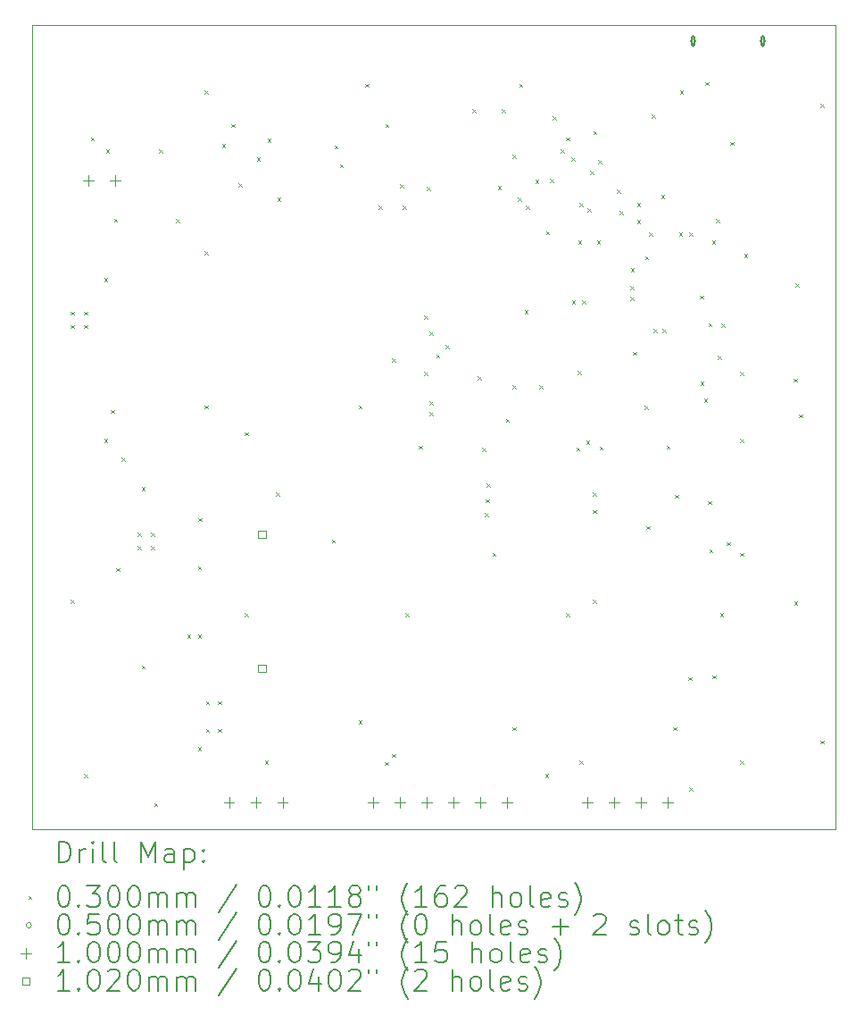
<source format=gbr>
%FSLAX45Y45*%
G04 Gerber Fmt 4.5, Leading zero omitted, Abs format (unit mm)*
G04 Created by KiCad (PCBNEW (6.0.5)) date 2023-09-12 21:56:46*
%MOMM*%
%LPD*%
G01*
G04 APERTURE LIST*
%TA.AperFunction,Profile*%
%ADD10C,0.100000*%
%TD*%
%ADD11C,0.200000*%
%ADD12C,0.030000*%
%ADD13C,0.050000*%
%ADD14C,0.100000*%
%ADD15C,0.102000*%
G04 APERTURE END LIST*
D10*
X10160000Y-12700000D02*
X17780000Y-12700000D01*
X17780000Y-12700000D02*
X17780000Y-5080000D01*
X17780000Y-5080000D02*
X10160000Y-5080000D01*
X10160000Y-5080000D02*
X10160000Y-12700000D01*
D11*
D12*
X10526000Y-7795500D02*
X10556000Y-7825500D01*
X10556000Y-7795500D02*
X10526000Y-7825500D01*
X10526000Y-7922500D02*
X10556000Y-7952500D01*
X10556000Y-7922500D02*
X10526000Y-7952500D01*
X10526000Y-10526000D02*
X10556000Y-10556000D01*
X10556000Y-10526000D02*
X10526000Y-10556000D01*
X10653000Y-7795500D02*
X10683000Y-7825500D01*
X10683000Y-7795500D02*
X10653000Y-7825500D01*
X10653000Y-7922500D02*
X10683000Y-7952500D01*
X10683000Y-7922500D02*
X10653000Y-7952500D01*
X10653000Y-12177000D02*
X10683000Y-12207000D01*
X10683000Y-12177000D02*
X10653000Y-12207000D01*
X10716500Y-6144500D02*
X10746500Y-6174500D01*
X10746500Y-6144500D02*
X10716500Y-6174500D01*
X10843500Y-7478000D02*
X10873500Y-7508000D01*
X10873500Y-7478000D02*
X10843500Y-7508000D01*
X10843500Y-9002000D02*
X10873500Y-9032000D01*
X10873500Y-9002000D02*
X10843500Y-9032000D01*
X10861280Y-6258800D02*
X10891280Y-6288800D01*
X10891280Y-6258800D02*
X10861280Y-6288800D01*
X10907000Y-8727680D02*
X10937000Y-8757680D01*
X10937000Y-8727680D02*
X10907000Y-8757680D01*
X10937480Y-6914120D02*
X10967480Y-6944120D01*
X10967480Y-6914120D02*
X10937480Y-6944120D01*
X10957800Y-10226280D02*
X10987800Y-10256280D01*
X10987800Y-10226280D02*
X10957800Y-10256280D01*
X11008600Y-9179800D02*
X11038600Y-9209800D01*
X11038600Y-9179800D02*
X11008600Y-9209800D01*
X11161000Y-9891000D02*
X11191000Y-9921000D01*
X11191000Y-9891000D02*
X11161000Y-9921000D01*
X11161000Y-10018000D02*
X11191000Y-10048000D01*
X11191000Y-10018000D02*
X11161000Y-10048000D01*
X11199100Y-9459200D02*
X11229100Y-9489200D01*
X11229100Y-9459200D02*
X11199100Y-9489200D01*
X11199100Y-11148300D02*
X11229100Y-11178300D01*
X11229100Y-11148300D02*
X11199100Y-11178300D01*
X11288000Y-9891000D02*
X11318000Y-9921000D01*
X11318000Y-9891000D02*
X11288000Y-9921000D01*
X11288000Y-10018000D02*
X11318000Y-10048000D01*
X11318000Y-10018000D02*
X11288000Y-10048000D01*
X11318480Y-12451320D02*
X11348480Y-12481320D01*
X11348480Y-12451320D02*
X11318480Y-12481320D01*
X11364200Y-6258800D02*
X11394200Y-6288800D01*
X11394200Y-6258800D02*
X11364200Y-6288800D01*
X11526760Y-6919200D02*
X11556760Y-6949200D01*
X11556760Y-6919200D02*
X11526760Y-6949200D01*
X11630900Y-10856200D02*
X11660900Y-10886200D01*
X11660900Y-10856200D02*
X11630900Y-10886200D01*
X11732500Y-10208500D02*
X11762500Y-10238500D01*
X11762500Y-10208500D02*
X11732500Y-10238500D01*
X11732500Y-10856200D02*
X11762500Y-10886200D01*
X11762500Y-10856200D02*
X11732500Y-10886200D01*
X11732500Y-11923000D02*
X11762500Y-11953000D01*
X11762500Y-11923000D02*
X11732500Y-11953000D01*
X11740120Y-9748760D02*
X11770120Y-9778760D01*
X11770120Y-9748760D02*
X11740120Y-9778760D01*
X11796000Y-5700000D02*
X11826000Y-5730000D01*
X11826000Y-5700000D02*
X11796000Y-5730000D01*
X11796000Y-7224000D02*
X11826000Y-7254000D01*
X11826000Y-7224000D02*
X11796000Y-7254000D01*
X11796000Y-8684500D02*
X11826000Y-8714500D01*
X11826000Y-8684500D02*
X11796000Y-8714500D01*
X11810000Y-11485000D02*
X11840000Y-11515000D01*
X11840000Y-11485000D02*
X11810000Y-11515000D01*
X11810000Y-11750098D02*
X11840000Y-11780098D01*
X11840000Y-11750098D02*
X11810000Y-11780098D01*
X11923000Y-11485000D02*
X11953000Y-11515000D01*
X11953000Y-11485000D02*
X11923000Y-11515000D01*
X11923000Y-11750098D02*
X11953000Y-11780098D01*
X11953000Y-11750098D02*
X11923000Y-11780098D01*
X11961100Y-6208000D02*
X11991100Y-6238000D01*
X11991100Y-6208000D02*
X11961100Y-6238000D01*
X12050000Y-6017500D02*
X12080000Y-6047500D01*
X12080000Y-6017500D02*
X12050000Y-6047500D01*
X12121120Y-6578840D02*
X12151120Y-6608840D01*
X12151120Y-6578840D02*
X12121120Y-6608840D01*
X12177000Y-8938500D02*
X12207000Y-8968500D01*
X12207000Y-8938500D02*
X12177000Y-8968500D01*
X12177000Y-10653000D02*
X12207000Y-10683000D01*
X12207000Y-10653000D02*
X12177000Y-10683000D01*
X12291300Y-6335000D02*
X12321300Y-6365000D01*
X12321300Y-6335000D02*
X12291300Y-6365000D01*
X12367500Y-12050000D02*
X12397500Y-12080000D01*
X12397500Y-12050000D02*
X12367500Y-12080000D01*
X12392900Y-6157200D02*
X12422900Y-6187200D01*
X12422900Y-6157200D02*
X12392900Y-6187200D01*
X12476720Y-9510000D02*
X12506720Y-9540000D01*
X12506720Y-9510000D02*
X12476720Y-9540000D01*
X12486880Y-6716000D02*
X12516880Y-6746000D01*
X12516880Y-6716000D02*
X12486880Y-6746000D01*
X13002500Y-9954500D02*
X13032500Y-9984500D01*
X13032500Y-9954500D02*
X13002500Y-9984500D01*
X13027900Y-6220700D02*
X13057900Y-6250700D01*
X13057900Y-6220700D02*
X13027900Y-6250700D01*
X13078700Y-6398500D02*
X13108700Y-6428500D01*
X13108700Y-6398500D02*
X13078700Y-6428500D01*
X13256500Y-8684500D02*
X13286500Y-8714500D01*
X13286500Y-8684500D02*
X13256500Y-8714500D01*
X13256500Y-11669000D02*
X13286500Y-11699000D01*
X13286500Y-11669000D02*
X13256500Y-11699000D01*
X13320000Y-5636500D02*
X13350000Y-5666500D01*
X13350000Y-5636500D02*
X13320000Y-5666500D01*
X13447000Y-6792200D02*
X13477000Y-6822200D01*
X13477000Y-6792200D02*
X13447000Y-6822200D01*
X13507960Y-12060160D02*
X13537960Y-12090160D01*
X13537960Y-12060160D02*
X13507960Y-12090160D01*
X13510500Y-6017500D02*
X13540500Y-6047500D01*
X13540500Y-6017500D02*
X13510500Y-6047500D01*
X13574000Y-8240000D02*
X13604000Y-8270000D01*
X13604000Y-8240000D02*
X13574000Y-8270000D01*
X13574000Y-11986500D02*
X13604000Y-12016500D01*
X13604000Y-11986500D02*
X13574000Y-12016500D01*
X13650200Y-6589000D02*
X13680200Y-6619000D01*
X13680200Y-6589000D02*
X13650200Y-6619000D01*
X13675600Y-6792200D02*
X13705600Y-6822200D01*
X13705600Y-6792200D02*
X13675600Y-6822200D01*
X13701000Y-10653000D02*
X13731000Y-10683000D01*
X13731000Y-10653000D02*
X13701000Y-10683000D01*
X13828000Y-9065500D02*
X13858000Y-9095500D01*
X13858000Y-9065500D02*
X13828000Y-9095500D01*
X13878800Y-7833600D02*
X13908800Y-7863600D01*
X13908800Y-7833600D02*
X13878800Y-7863600D01*
X13878800Y-8367000D02*
X13908800Y-8397000D01*
X13908800Y-8367000D02*
X13878800Y-8397000D01*
X13904200Y-6614400D02*
X13934200Y-6644400D01*
X13934200Y-6614400D02*
X13904200Y-6644400D01*
X13929600Y-7986000D02*
X13959600Y-8016000D01*
X13959600Y-7986000D02*
X13929600Y-8016000D01*
X13929600Y-8646400D02*
X13959600Y-8676400D01*
X13959600Y-8646400D02*
X13929600Y-8676400D01*
X13929600Y-8748000D02*
X13959600Y-8778000D01*
X13959600Y-8748000D02*
X13929600Y-8778000D01*
X13993100Y-8201900D02*
X14023100Y-8231900D01*
X14023100Y-8201900D02*
X13993100Y-8231900D01*
X14082000Y-8113000D02*
X14112000Y-8143000D01*
X14112000Y-8113000D02*
X14082000Y-8143000D01*
X14336000Y-5877800D02*
X14366000Y-5907800D01*
X14366000Y-5877800D02*
X14336000Y-5907800D01*
X14386800Y-8407640D02*
X14416800Y-8437640D01*
X14416800Y-8407640D02*
X14386800Y-8437640D01*
X14432520Y-9087450D02*
X14462520Y-9117450D01*
X14462520Y-9087450D02*
X14432520Y-9117450D01*
X14457920Y-9703040D02*
X14487920Y-9733040D01*
X14487920Y-9703040D02*
X14457920Y-9733040D01*
X14463000Y-9573500D02*
X14493000Y-9603500D01*
X14493000Y-9573500D02*
X14463000Y-9603500D01*
X14473160Y-9423640D02*
X14503160Y-9453640D01*
X14503160Y-9423640D02*
X14473160Y-9453640D01*
X14526500Y-10081500D02*
X14556500Y-10111500D01*
X14556500Y-10081500D02*
X14526500Y-10111500D01*
X14579840Y-6604240D02*
X14609840Y-6634240D01*
X14609840Y-6604240D02*
X14579840Y-6634240D01*
X14615400Y-5877800D02*
X14645400Y-5907800D01*
X14645400Y-5877800D02*
X14615400Y-5907800D01*
X14653500Y-8811500D02*
X14683500Y-8841500D01*
X14683500Y-8811500D02*
X14653500Y-8841500D01*
X14717000Y-6309600D02*
X14747000Y-6339600D01*
X14747000Y-6309600D02*
X14717000Y-6339600D01*
X14717000Y-8494000D02*
X14747000Y-8524000D01*
X14747000Y-8494000D02*
X14717000Y-8524000D01*
X14717000Y-11732500D02*
X14747000Y-11762500D01*
X14747000Y-11732500D02*
X14717000Y-11762500D01*
X14769450Y-6716000D02*
X14799450Y-6746000D01*
X14799450Y-6716000D02*
X14769450Y-6746000D01*
X14780500Y-5636500D02*
X14810500Y-5666500D01*
X14810500Y-5636500D02*
X14780500Y-5666500D01*
X14833700Y-7779600D02*
X14863700Y-7809600D01*
X14863700Y-7779600D02*
X14833700Y-7809600D01*
X14844000Y-6792200D02*
X14874000Y-6822200D01*
X14874000Y-6792200D02*
X14844000Y-6822200D01*
X14935300Y-6547700D02*
X14965300Y-6577700D01*
X14965300Y-6547700D02*
X14935300Y-6577700D01*
X14971000Y-8494000D02*
X15001000Y-8524000D01*
X15001000Y-8494000D02*
X14971000Y-8524000D01*
X15026880Y-12177000D02*
X15056880Y-12207000D01*
X15056880Y-12177000D02*
X15026880Y-12207000D01*
X15034500Y-7033500D02*
X15064500Y-7063500D01*
X15064500Y-7033500D02*
X15034500Y-7063500D01*
X15072600Y-6538200D02*
X15102600Y-6568200D01*
X15102600Y-6538200D02*
X15072600Y-6568200D01*
X15098000Y-5942950D02*
X15128000Y-5972950D01*
X15128000Y-5942950D02*
X15098000Y-5972950D01*
X15174200Y-6258800D02*
X15204200Y-6288800D01*
X15204200Y-6258800D02*
X15174200Y-6288800D01*
X15225000Y-6144500D02*
X15255000Y-6174500D01*
X15255000Y-6144500D02*
X15225000Y-6174500D01*
X15225000Y-10653000D02*
X15255000Y-10683000D01*
X15255000Y-10653000D02*
X15225000Y-10683000D01*
X15275800Y-6335000D02*
X15305800Y-6365000D01*
X15305800Y-6335000D02*
X15275800Y-6365000D01*
X15279850Y-7690700D02*
X15309850Y-7720700D01*
X15309850Y-7690700D02*
X15279850Y-7720700D01*
X15325525Y-9083219D02*
X15355525Y-9113219D01*
X15355525Y-9083219D02*
X15325525Y-9113219D01*
X15337998Y-8357300D02*
X15367998Y-8387300D01*
X15367998Y-8357300D02*
X15337998Y-8387300D01*
X15341700Y-7119200D02*
X15371700Y-7149200D01*
X15371700Y-7119200D02*
X15341700Y-7149200D01*
X15352000Y-6766800D02*
X15382000Y-6796800D01*
X15382000Y-6766800D02*
X15352000Y-6796800D01*
X15352000Y-12050000D02*
X15382000Y-12080000D01*
X15382000Y-12050000D02*
X15352000Y-12080000D01*
X15379800Y-7690700D02*
X15409800Y-7720700D01*
X15409800Y-7690700D02*
X15379800Y-7720700D01*
X15415500Y-9019950D02*
X15445500Y-9049950D01*
X15445500Y-9019950D02*
X15415500Y-9049950D01*
X15427655Y-6818145D02*
X15457655Y-6848145D01*
X15457655Y-6818145D02*
X15427655Y-6848145D01*
X15453600Y-6462000D02*
X15483600Y-6492000D01*
X15483600Y-6462000D02*
X15453600Y-6492000D01*
X15479000Y-9510000D02*
X15509000Y-9540000D01*
X15509000Y-9510000D02*
X15479000Y-9540000D01*
X15479000Y-9672560D02*
X15509000Y-9702560D01*
X15509000Y-9672560D02*
X15479000Y-9702560D01*
X15479000Y-10526000D02*
X15509000Y-10556000D01*
X15509000Y-10526000D02*
X15479000Y-10556000D01*
X15485000Y-6085000D02*
X15515000Y-6115000D01*
X15515000Y-6085000D02*
X15485000Y-6115000D01*
X15519500Y-7119200D02*
X15549500Y-7149200D01*
X15549500Y-7119200D02*
X15519500Y-7149200D01*
X15529800Y-6360400D02*
X15559800Y-6390400D01*
X15559800Y-6360400D02*
X15529800Y-6390400D01*
X15542500Y-9072400D02*
X15572500Y-9102400D01*
X15572500Y-9072400D02*
X15542500Y-9102400D01*
X15707600Y-6639800D02*
X15737600Y-6669800D01*
X15737600Y-6639800D02*
X15707600Y-6669800D01*
X15733000Y-6843000D02*
X15763000Y-6873000D01*
X15763000Y-6843000D02*
X15733000Y-6873000D01*
X15837000Y-7553750D02*
X15867000Y-7583750D01*
X15867000Y-7553750D02*
X15837000Y-7583750D01*
X15837000Y-7655350D02*
X15867000Y-7685350D01*
X15867000Y-7655350D02*
X15837000Y-7685350D01*
X15839724Y-7383894D02*
X15869724Y-7413894D01*
X15869724Y-7383894D02*
X15839724Y-7413894D01*
X15860000Y-8176500D02*
X15890000Y-8206500D01*
X15890000Y-8176500D02*
X15860000Y-8206500D01*
X15900500Y-6763600D02*
X15930500Y-6793600D01*
X15930500Y-6763600D02*
X15900500Y-6793600D01*
X15900500Y-6928700D02*
X15930500Y-6958700D01*
X15930500Y-6928700D02*
X15900500Y-6958700D01*
X15971760Y-8687040D02*
X16001760Y-8717040D01*
X16001760Y-8687040D02*
X15971760Y-8717040D01*
X15977550Y-7268350D02*
X16007550Y-7298350D01*
X16007550Y-7268350D02*
X15977550Y-7298350D01*
X15987000Y-9827500D02*
X16017000Y-9857500D01*
X16017000Y-9827500D02*
X15987000Y-9857500D01*
X16014800Y-7045750D02*
X16044800Y-7075750D01*
X16044800Y-7045750D02*
X16014800Y-7075750D01*
X16037926Y-5926165D02*
X16067926Y-5956165D01*
X16067926Y-5926165D02*
X16037926Y-5956165D01*
X16056968Y-7961468D02*
X16086968Y-7991468D01*
X16086968Y-7961468D02*
X16056968Y-7991468D01*
X16129100Y-6687400D02*
X16159100Y-6717400D01*
X16159100Y-6687400D02*
X16129100Y-6717400D01*
X16141800Y-7957400D02*
X16171800Y-7987400D01*
X16171800Y-7957400D02*
X16141800Y-7987400D01*
X16177500Y-9065500D02*
X16207500Y-9095500D01*
X16207500Y-9065500D02*
X16177500Y-9095500D01*
X16241000Y-11732500D02*
X16271000Y-11762500D01*
X16271000Y-11732500D02*
X16241000Y-11762500D01*
X16261320Y-9530320D02*
X16291320Y-9560320D01*
X16291320Y-9530320D02*
X16261320Y-9560320D01*
X16298050Y-7045750D02*
X16328050Y-7075750D01*
X16328050Y-7045750D02*
X16298050Y-7075750D01*
X16304500Y-5700000D02*
X16334500Y-5730000D01*
X16334500Y-5700000D02*
X16304500Y-5730000D01*
X16388320Y-11257520D02*
X16418320Y-11287520D01*
X16418320Y-11257520D02*
X16388320Y-11287520D01*
X16393400Y-12304000D02*
X16423400Y-12334000D01*
X16423400Y-12304000D02*
X16393400Y-12334000D01*
X16395800Y-7043000D02*
X16425800Y-7073000D01*
X16425800Y-7043000D02*
X16395800Y-7073000D01*
X16498015Y-7640984D02*
X16528015Y-7670984D01*
X16528015Y-7640984D02*
X16498015Y-7670984D01*
X16502400Y-8458900D02*
X16532400Y-8488900D01*
X16532400Y-8458900D02*
X16502400Y-8488900D01*
X16535640Y-8621000D02*
X16565640Y-8651000D01*
X16565640Y-8621000D02*
X16535640Y-8651000D01*
X16545800Y-5620050D02*
X16575800Y-5650050D01*
X16575800Y-5620050D02*
X16545800Y-5650050D01*
X16571200Y-9591280D02*
X16601200Y-9621280D01*
X16601200Y-9591280D02*
X16571200Y-9621280D01*
X16576280Y-7904720D02*
X16606280Y-7934720D01*
X16606280Y-7904720D02*
X16576280Y-7934720D01*
X16586440Y-10048480D02*
X16616440Y-10078480D01*
X16616440Y-10048480D02*
X16586440Y-10078480D01*
X16611700Y-7119200D02*
X16641700Y-7149200D01*
X16641700Y-7119200D02*
X16611700Y-7149200D01*
X16616920Y-11242280D02*
X16646920Y-11272280D01*
X16646920Y-11242280D02*
X16616920Y-11272280D01*
X16649800Y-6916000D02*
X16679800Y-6946000D01*
X16679800Y-6916000D02*
X16649800Y-6946000D01*
X16667720Y-8214600D02*
X16697720Y-8244600D01*
X16697720Y-8214600D02*
X16667720Y-8244600D01*
X16685500Y-10653000D02*
X16715500Y-10683000D01*
X16715500Y-10653000D02*
X16685500Y-10683000D01*
X16700600Y-7906600D02*
X16730600Y-7936600D01*
X16730600Y-7906600D02*
X16700600Y-7936600D01*
X16749000Y-9977360D02*
X16779000Y-10007360D01*
X16779000Y-9977360D02*
X16749000Y-10007360D01*
X16785000Y-6185000D02*
X16815000Y-6215000D01*
X16815000Y-6185000D02*
X16785000Y-6215000D01*
X16876000Y-8367000D02*
X16906000Y-8397000D01*
X16906000Y-8367000D02*
X16876000Y-8397000D01*
X16876000Y-9002000D02*
X16906000Y-9032000D01*
X16906000Y-9002000D02*
X16876000Y-9032000D01*
X16876000Y-10081500D02*
X16906000Y-10111500D01*
X16906000Y-10081500D02*
X16876000Y-10111500D01*
X16876000Y-12050000D02*
X16906000Y-12080000D01*
X16906000Y-12050000D02*
X16876000Y-12080000D01*
X16916500Y-7246200D02*
X16946500Y-7276200D01*
X16946500Y-7246200D02*
X16916500Y-7276200D01*
X17384000Y-8430500D02*
X17414000Y-8460500D01*
X17414000Y-8430500D02*
X17384000Y-8460500D01*
X17389080Y-10541240D02*
X17419080Y-10571240D01*
X17419080Y-10541240D02*
X17389080Y-10571240D01*
X17404320Y-7528800D02*
X17434320Y-7558800D01*
X17434320Y-7528800D02*
X17404320Y-7558800D01*
X17434800Y-8768320D02*
X17464800Y-8798320D01*
X17464800Y-8768320D02*
X17434800Y-8798320D01*
X17638000Y-5827000D02*
X17668000Y-5857000D01*
X17668000Y-5827000D02*
X17638000Y-5857000D01*
X17638000Y-11859500D02*
X17668000Y-11889500D01*
X17668000Y-11859500D02*
X17638000Y-11889500D01*
D13*
X16456825Y-5232400D02*
G75*
G03*
X16456825Y-5232400I-25000J0D01*
G01*
D11*
X16446825Y-5267400D02*
X16446825Y-5197400D01*
X16416825Y-5267400D02*
X16416825Y-5197400D01*
X16446825Y-5197400D02*
G75*
G03*
X16416825Y-5197400I-15000J0D01*
G01*
X16416825Y-5267400D02*
G75*
G03*
X16446825Y-5267400I15000J0D01*
G01*
D13*
X17116825Y-5232400D02*
G75*
G03*
X17116825Y-5232400I-25000J0D01*
G01*
D11*
X17106825Y-5267400D02*
X17106825Y-5197400D01*
X17076825Y-5267400D02*
X17076825Y-5197400D01*
X17106825Y-5197400D02*
G75*
G03*
X17076825Y-5197400I-15000J0D01*
G01*
X17076825Y-5267400D02*
G75*
G03*
X17106825Y-5267400I15000J0D01*
G01*
D14*
X10693900Y-6503200D02*
X10693900Y-6603200D01*
X10643900Y-6553200D02*
X10743900Y-6553200D01*
X10947900Y-6503200D02*
X10947900Y-6603200D01*
X10897900Y-6553200D02*
X10997900Y-6553200D01*
X12028500Y-12396000D02*
X12028500Y-12496000D01*
X11978500Y-12446000D02*
X12078500Y-12446000D01*
X12282500Y-12396000D02*
X12282500Y-12496000D01*
X12232500Y-12446000D02*
X12332500Y-12446000D01*
X12536500Y-12396000D02*
X12536500Y-12496000D01*
X12486500Y-12446000D02*
X12586500Y-12446000D01*
X13398500Y-12396000D02*
X13398500Y-12496000D01*
X13348500Y-12446000D02*
X13448500Y-12446000D01*
X13652500Y-12396000D02*
X13652500Y-12496000D01*
X13602500Y-12446000D02*
X13702500Y-12446000D01*
X13906500Y-12396000D02*
X13906500Y-12496000D01*
X13856500Y-12446000D02*
X13956500Y-12446000D01*
X14160500Y-12396000D02*
X14160500Y-12496000D01*
X14110500Y-12446000D02*
X14210500Y-12446000D01*
X14414500Y-12396000D02*
X14414500Y-12496000D01*
X14364500Y-12446000D02*
X14464500Y-12446000D01*
X14668500Y-12396000D02*
X14668500Y-12496000D01*
X14618500Y-12446000D02*
X14718500Y-12446000D01*
X15430500Y-12396000D02*
X15430500Y-12496000D01*
X15380500Y-12446000D02*
X15480500Y-12446000D01*
X15684500Y-12396000D02*
X15684500Y-12496000D01*
X15634500Y-12446000D02*
X15734500Y-12446000D01*
X15938500Y-12396000D02*
X15938500Y-12496000D01*
X15888500Y-12446000D02*
X15988500Y-12446000D01*
X16192500Y-12396000D02*
X16192500Y-12496000D01*
X16142500Y-12446000D02*
X16242500Y-12446000D01*
D15*
X12378063Y-9942063D02*
X12378063Y-9869937D01*
X12305937Y-9869937D01*
X12305937Y-9942063D01*
X12378063Y-9942063D01*
X12378063Y-11212063D02*
X12378063Y-11139937D01*
X12305937Y-11139937D01*
X12305937Y-11212063D01*
X12378063Y-11212063D01*
D11*
X10412619Y-13015476D02*
X10412619Y-12815476D01*
X10460238Y-12815476D01*
X10488810Y-12825000D01*
X10507857Y-12844048D01*
X10517381Y-12863095D01*
X10526905Y-12901190D01*
X10526905Y-12929762D01*
X10517381Y-12967857D01*
X10507857Y-12986905D01*
X10488810Y-13005952D01*
X10460238Y-13015476D01*
X10412619Y-13015476D01*
X10612619Y-13015476D02*
X10612619Y-12882143D01*
X10612619Y-12920238D02*
X10622143Y-12901190D01*
X10631667Y-12891667D01*
X10650714Y-12882143D01*
X10669762Y-12882143D01*
X10736429Y-13015476D02*
X10736429Y-12882143D01*
X10736429Y-12815476D02*
X10726905Y-12825000D01*
X10736429Y-12834524D01*
X10745952Y-12825000D01*
X10736429Y-12815476D01*
X10736429Y-12834524D01*
X10860238Y-13015476D02*
X10841190Y-13005952D01*
X10831667Y-12986905D01*
X10831667Y-12815476D01*
X10965000Y-13015476D02*
X10945952Y-13005952D01*
X10936429Y-12986905D01*
X10936429Y-12815476D01*
X11193571Y-13015476D02*
X11193571Y-12815476D01*
X11260238Y-12958333D01*
X11326905Y-12815476D01*
X11326905Y-13015476D01*
X11507857Y-13015476D02*
X11507857Y-12910714D01*
X11498333Y-12891667D01*
X11479286Y-12882143D01*
X11441190Y-12882143D01*
X11422143Y-12891667D01*
X11507857Y-13005952D02*
X11488809Y-13015476D01*
X11441190Y-13015476D01*
X11422143Y-13005952D01*
X11412619Y-12986905D01*
X11412619Y-12967857D01*
X11422143Y-12948809D01*
X11441190Y-12939286D01*
X11488809Y-12939286D01*
X11507857Y-12929762D01*
X11603095Y-12882143D02*
X11603095Y-13082143D01*
X11603095Y-12891667D02*
X11622143Y-12882143D01*
X11660238Y-12882143D01*
X11679286Y-12891667D01*
X11688809Y-12901190D01*
X11698333Y-12920238D01*
X11698333Y-12977381D01*
X11688809Y-12996428D01*
X11679286Y-13005952D01*
X11660238Y-13015476D01*
X11622143Y-13015476D01*
X11603095Y-13005952D01*
X11784048Y-12996428D02*
X11793571Y-13005952D01*
X11784048Y-13015476D01*
X11774524Y-13005952D01*
X11784048Y-12996428D01*
X11784048Y-13015476D01*
X11784048Y-12891667D02*
X11793571Y-12901190D01*
X11784048Y-12910714D01*
X11774524Y-12901190D01*
X11784048Y-12891667D01*
X11784048Y-12910714D01*
D12*
X10125000Y-13330000D02*
X10155000Y-13360000D01*
X10155000Y-13330000D02*
X10125000Y-13360000D01*
D11*
X10450714Y-13235476D02*
X10469762Y-13235476D01*
X10488810Y-13245000D01*
X10498333Y-13254524D01*
X10507857Y-13273571D01*
X10517381Y-13311667D01*
X10517381Y-13359286D01*
X10507857Y-13397381D01*
X10498333Y-13416428D01*
X10488810Y-13425952D01*
X10469762Y-13435476D01*
X10450714Y-13435476D01*
X10431667Y-13425952D01*
X10422143Y-13416428D01*
X10412619Y-13397381D01*
X10403095Y-13359286D01*
X10403095Y-13311667D01*
X10412619Y-13273571D01*
X10422143Y-13254524D01*
X10431667Y-13245000D01*
X10450714Y-13235476D01*
X10603095Y-13416428D02*
X10612619Y-13425952D01*
X10603095Y-13435476D01*
X10593571Y-13425952D01*
X10603095Y-13416428D01*
X10603095Y-13435476D01*
X10679286Y-13235476D02*
X10803095Y-13235476D01*
X10736429Y-13311667D01*
X10765000Y-13311667D01*
X10784048Y-13321190D01*
X10793571Y-13330714D01*
X10803095Y-13349762D01*
X10803095Y-13397381D01*
X10793571Y-13416428D01*
X10784048Y-13425952D01*
X10765000Y-13435476D01*
X10707857Y-13435476D01*
X10688810Y-13425952D01*
X10679286Y-13416428D01*
X10926905Y-13235476D02*
X10945952Y-13235476D01*
X10965000Y-13245000D01*
X10974524Y-13254524D01*
X10984048Y-13273571D01*
X10993571Y-13311667D01*
X10993571Y-13359286D01*
X10984048Y-13397381D01*
X10974524Y-13416428D01*
X10965000Y-13425952D01*
X10945952Y-13435476D01*
X10926905Y-13435476D01*
X10907857Y-13425952D01*
X10898333Y-13416428D01*
X10888810Y-13397381D01*
X10879286Y-13359286D01*
X10879286Y-13311667D01*
X10888810Y-13273571D01*
X10898333Y-13254524D01*
X10907857Y-13245000D01*
X10926905Y-13235476D01*
X11117381Y-13235476D02*
X11136429Y-13235476D01*
X11155476Y-13245000D01*
X11165000Y-13254524D01*
X11174524Y-13273571D01*
X11184048Y-13311667D01*
X11184048Y-13359286D01*
X11174524Y-13397381D01*
X11165000Y-13416428D01*
X11155476Y-13425952D01*
X11136429Y-13435476D01*
X11117381Y-13435476D01*
X11098333Y-13425952D01*
X11088810Y-13416428D01*
X11079286Y-13397381D01*
X11069762Y-13359286D01*
X11069762Y-13311667D01*
X11079286Y-13273571D01*
X11088810Y-13254524D01*
X11098333Y-13245000D01*
X11117381Y-13235476D01*
X11269762Y-13435476D02*
X11269762Y-13302143D01*
X11269762Y-13321190D02*
X11279286Y-13311667D01*
X11298333Y-13302143D01*
X11326905Y-13302143D01*
X11345952Y-13311667D01*
X11355476Y-13330714D01*
X11355476Y-13435476D01*
X11355476Y-13330714D02*
X11365000Y-13311667D01*
X11384048Y-13302143D01*
X11412619Y-13302143D01*
X11431667Y-13311667D01*
X11441190Y-13330714D01*
X11441190Y-13435476D01*
X11536428Y-13435476D02*
X11536428Y-13302143D01*
X11536428Y-13321190D02*
X11545952Y-13311667D01*
X11565000Y-13302143D01*
X11593571Y-13302143D01*
X11612619Y-13311667D01*
X11622143Y-13330714D01*
X11622143Y-13435476D01*
X11622143Y-13330714D02*
X11631667Y-13311667D01*
X11650714Y-13302143D01*
X11679286Y-13302143D01*
X11698333Y-13311667D01*
X11707857Y-13330714D01*
X11707857Y-13435476D01*
X12098333Y-13225952D02*
X11926905Y-13483095D01*
X12355476Y-13235476D02*
X12374524Y-13235476D01*
X12393571Y-13245000D01*
X12403095Y-13254524D01*
X12412619Y-13273571D01*
X12422143Y-13311667D01*
X12422143Y-13359286D01*
X12412619Y-13397381D01*
X12403095Y-13416428D01*
X12393571Y-13425952D01*
X12374524Y-13435476D01*
X12355476Y-13435476D01*
X12336428Y-13425952D01*
X12326905Y-13416428D01*
X12317381Y-13397381D01*
X12307857Y-13359286D01*
X12307857Y-13311667D01*
X12317381Y-13273571D01*
X12326905Y-13254524D01*
X12336428Y-13245000D01*
X12355476Y-13235476D01*
X12507857Y-13416428D02*
X12517381Y-13425952D01*
X12507857Y-13435476D01*
X12498333Y-13425952D01*
X12507857Y-13416428D01*
X12507857Y-13435476D01*
X12641190Y-13235476D02*
X12660238Y-13235476D01*
X12679286Y-13245000D01*
X12688809Y-13254524D01*
X12698333Y-13273571D01*
X12707857Y-13311667D01*
X12707857Y-13359286D01*
X12698333Y-13397381D01*
X12688809Y-13416428D01*
X12679286Y-13425952D01*
X12660238Y-13435476D01*
X12641190Y-13435476D01*
X12622143Y-13425952D01*
X12612619Y-13416428D01*
X12603095Y-13397381D01*
X12593571Y-13359286D01*
X12593571Y-13311667D01*
X12603095Y-13273571D01*
X12612619Y-13254524D01*
X12622143Y-13245000D01*
X12641190Y-13235476D01*
X12898333Y-13435476D02*
X12784048Y-13435476D01*
X12841190Y-13435476D02*
X12841190Y-13235476D01*
X12822143Y-13264048D01*
X12803095Y-13283095D01*
X12784048Y-13292619D01*
X13088809Y-13435476D02*
X12974524Y-13435476D01*
X13031667Y-13435476D02*
X13031667Y-13235476D01*
X13012619Y-13264048D01*
X12993571Y-13283095D01*
X12974524Y-13292619D01*
X13203095Y-13321190D02*
X13184048Y-13311667D01*
X13174524Y-13302143D01*
X13165000Y-13283095D01*
X13165000Y-13273571D01*
X13174524Y-13254524D01*
X13184048Y-13245000D01*
X13203095Y-13235476D01*
X13241190Y-13235476D01*
X13260238Y-13245000D01*
X13269762Y-13254524D01*
X13279286Y-13273571D01*
X13279286Y-13283095D01*
X13269762Y-13302143D01*
X13260238Y-13311667D01*
X13241190Y-13321190D01*
X13203095Y-13321190D01*
X13184048Y-13330714D01*
X13174524Y-13340238D01*
X13165000Y-13359286D01*
X13165000Y-13397381D01*
X13174524Y-13416428D01*
X13184048Y-13425952D01*
X13203095Y-13435476D01*
X13241190Y-13435476D01*
X13260238Y-13425952D01*
X13269762Y-13416428D01*
X13279286Y-13397381D01*
X13279286Y-13359286D01*
X13269762Y-13340238D01*
X13260238Y-13330714D01*
X13241190Y-13321190D01*
X13355476Y-13235476D02*
X13355476Y-13273571D01*
X13431667Y-13235476D02*
X13431667Y-13273571D01*
X13726905Y-13511667D02*
X13717381Y-13502143D01*
X13698333Y-13473571D01*
X13688809Y-13454524D01*
X13679286Y-13425952D01*
X13669762Y-13378333D01*
X13669762Y-13340238D01*
X13679286Y-13292619D01*
X13688809Y-13264048D01*
X13698333Y-13245000D01*
X13717381Y-13216428D01*
X13726905Y-13206905D01*
X13907857Y-13435476D02*
X13793571Y-13435476D01*
X13850714Y-13435476D02*
X13850714Y-13235476D01*
X13831667Y-13264048D01*
X13812619Y-13283095D01*
X13793571Y-13292619D01*
X14079286Y-13235476D02*
X14041190Y-13235476D01*
X14022143Y-13245000D01*
X14012619Y-13254524D01*
X13993571Y-13283095D01*
X13984048Y-13321190D01*
X13984048Y-13397381D01*
X13993571Y-13416428D01*
X14003095Y-13425952D01*
X14022143Y-13435476D01*
X14060238Y-13435476D01*
X14079286Y-13425952D01*
X14088809Y-13416428D01*
X14098333Y-13397381D01*
X14098333Y-13349762D01*
X14088809Y-13330714D01*
X14079286Y-13321190D01*
X14060238Y-13311667D01*
X14022143Y-13311667D01*
X14003095Y-13321190D01*
X13993571Y-13330714D01*
X13984048Y-13349762D01*
X14174524Y-13254524D02*
X14184048Y-13245000D01*
X14203095Y-13235476D01*
X14250714Y-13235476D01*
X14269762Y-13245000D01*
X14279286Y-13254524D01*
X14288809Y-13273571D01*
X14288809Y-13292619D01*
X14279286Y-13321190D01*
X14165000Y-13435476D01*
X14288809Y-13435476D01*
X14526905Y-13435476D02*
X14526905Y-13235476D01*
X14612619Y-13435476D02*
X14612619Y-13330714D01*
X14603095Y-13311667D01*
X14584048Y-13302143D01*
X14555476Y-13302143D01*
X14536428Y-13311667D01*
X14526905Y-13321190D01*
X14736428Y-13435476D02*
X14717381Y-13425952D01*
X14707857Y-13416428D01*
X14698333Y-13397381D01*
X14698333Y-13340238D01*
X14707857Y-13321190D01*
X14717381Y-13311667D01*
X14736428Y-13302143D01*
X14765000Y-13302143D01*
X14784048Y-13311667D01*
X14793571Y-13321190D01*
X14803095Y-13340238D01*
X14803095Y-13397381D01*
X14793571Y-13416428D01*
X14784048Y-13425952D01*
X14765000Y-13435476D01*
X14736428Y-13435476D01*
X14917381Y-13435476D02*
X14898333Y-13425952D01*
X14888809Y-13406905D01*
X14888809Y-13235476D01*
X15069762Y-13425952D02*
X15050714Y-13435476D01*
X15012619Y-13435476D01*
X14993571Y-13425952D01*
X14984048Y-13406905D01*
X14984048Y-13330714D01*
X14993571Y-13311667D01*
X15012619Y-13302143D01*
X15050714Y-13302143D01*
X15069762Y-13311667D01*
X15079286Y-13330714D01*
X15079286Y-13349762D01*
X14984048Y-13368809D01*
X15155476Y-13425952D02*
X15174524Y-13435476D01*
X15212619Y-13435476D01*
X15231667Y-13425952D01*
X15241190Y-13406905D01*
X15241190Y-13397381D01*
X15231667Y-13378333D01*
X15212619Y-13368809D01*
X15184048Y-13368809D01*
X15165000Y-13359286D01*
X15155476Y-13340238D01*
X15155476Y-13330714D01*
X15165000Y-13311667D01*
X15184048Y-13302143D01*
X15212619Y-13302143D01*
X15231667Y-13311667D01*
X15307857Y-13511667D02*
X15317381Y-13502143D01*
X15336428Y-13473571D01*
X15345952Y-13454524D01*
X15355476Y-13425952D01*
X15365000Y-13378333D01*
X15365000Y-13340238D01*
X15355476Y-13292619D01*
X15345952Y-13264048D01*
X15336428Y-13245000D01*
X15317381Y-13216428D01*
X15307857Y-13206905D01*
D13*
X10155000Y-13609000D02*
G75*
G03*
X10155000Y-13609000I-25000J0D01*
G01*
D11*
X10450714Y-13499476D02*
X10469762Y-13499476D01*
X10488810Y-13509000D01*
X10498333Y-13518524D01*
X10507857Y-13537571D01*
X10517381Y-13575667D01*
X10517381Y-13623286D01*
X10507857Y-13661381D01*
X10498333Y-13680428D01*
X10488810Y-13689952D01*
X10469762Y-13699476D01*
X10450714Y-13699476D01*
X10431667Y-13689952D01*
X10422143Y-13680428D01*
X10412619Y-13661381D01*
X10403095Y-13623286D01*
X10403095Y-13575667D01*
X10412619Y-13537571D01*
X10422143Y-13518524D01*
X10431667Y-13509000D01*
X10450714Y-13499476D01*
X10603095Y-13680428D02*
X10612619Y-13689952D01*
X10603095Y-13699476D01*
X10593571Y-13689952D01*
X10603095Y-13680428D01*
X10603095Y-13699476D01*
X10793571Y-13499476D02*
X10698333Y-13499476D01*
X10688810Y-13594714D01*
X10698333Y-13585190D01*
X10717381Y-13575667D01*
X10765000Y-13575667D01*
X10784048Y-13585190D01*
X10793571Y-13594714D01*
X10803095Y-13613762D01*
X10803095Y-13661381D01*
X10793571Y-13680428D01*
X10784048Y-13689952D01*
X10765000Y-13699476D01*
X10717381Y-13699476D01*
X10698333Y-13689952D01*
X10688810Y-13680428D01*
X10926905Y-13499476D02*
X10945952Y-13499476D01*
X10965000Y-13509000D01*
X10974524Y-13518524D01*
X10984048Y-13537571D01*
X10993571Y-13575667D01*
X10993571Y-13623286D01*
X10984048Y-13661381D01*
X10974524Y-13680428D01*
X10965000Y-13689952D01*
X10945952Y-13699476D01*
X10926905Y-13699476D01*
X10907857Y-13689952D01*
X10898333Y-13680428D01*
X10888810Y-13661381D01*
X10879286Y-13623286D01*
X10879286Y-13575667D01*
X10888810Y-13537571D01*
X10898333Y-13518524D01*
X10907857Y-13509000D01*
X10926905Y-13499476D01*
X11117381Y-13499476D02*
X11136429Y-13499476D01*
X11155476Y-13509000D01*
X11165000Y-13518524D01*
X11174524Y-13537571D01*
X11184048Y-13575667D01*
X11184048Y-13623286D01*
X11174524Y-13661381D01*
X11165000Y-13680428D01*
X11155476Y-13689952D01*
X11136429Y-13699476D01*
X11117381Y-13699476D01*
X11098333Y-13689952D01*
X11088810Y-13680428D01*
X11079286Y-13661381D01*
X11069762Y-13623286D01*
X11069762Y-13575667D01*
X11079286Y-13537571D01*
X11088810Y-13518524D01*
X11098333Y-13509000D01*
X11117381Y-13499476D01*
X11269762Y-13699476D02*
X11269762Y-13566143D01*
X11269762Y-13585190D02*
X11279286Y-13575667D01*
X11298333Y-13566143D01*
X11326905Y-13566143D01*
X11345952Y-13575667D01*
X11355476Y-13594714D01*
X11355476Y-13699476D01*
X11355476Y-13594714D02*
X11365000Y-13575667D01*
X11384048Y-13566143D01*
X11412619Y-13566143D01*
X11431667Y-13575667D01*
X11441190Y-13594714D01*
X11441190Y-13699476D01*
X11536428Y-13699476D02*
X11536428Y-13566143D01*
X11536428Y-13585190D02*
X11545952Y-13575667D01*
X11565000Y-13566143D01*
X11593571Y-13566143D01*
X11612619Y-13575667D01*
X11622143Y-13594714D01*
X11622143Y-13699476D01*
X11622143Y-13594714D02*
X11631667Y-13575667D01*
X11650714Y-13566143D01*
X11679286Y-13566143D01*
X11698333Y-13575667D01*
X11707857Y-13594714D01*
X11707857Y-13699476D01*
X12098333Y-13489952D02*
X11926905Y-13747095D01*
X12355476Y-13499476D02*
X12374524Y-13499476D01*
X12393571Y-13509000D01*
X12403095Y-13518524D01*
X12412619Y-13537571D01*
X12422143Y-13575667D01*
X12422143Y-13623286D01*
X12412619Y-13661381D01*
X12403095Y-13680428D01*
X12393571Y-13689952D01*
X12374524Y-13699476D01*
X12355476Y-13699476D01*
X12336428Y-13689952D01*
X12326905Y-13680428D01*
X12317381Y-13661381D01*
X12307857Y-13623286D01*
X12307857Y-13575667D01*
X12317381Y-13537571D01*
X12326905Y-13518524D01*
X12336428Y-13509000D01*
X12355476Y-13499476D01*
X12507857Y-13680428D02*
X12517381Y-13689952D01*
X12507857Y-13699476D01*
X12498333Y-13689952D01*
X12507857Y-13680428D01*
X12507857Y-13699476D01*
X12641190Y-13499476D02*
X12660238Y-13499476D01*
X12679286Y-13509000D01*
X12688809Y-13518524D01*
X12698333Y-13537571D01*
X12707857Y-13575667D01*
X12707857Y-13623286D01*
X12698333Y-13661381D01*
X12688809Y-13680428D01*
X12679286Y-13689952D01*
X12660238Y-13699476D01*
X12641190Y-13699476D01*
X12622143Y-13689952D01*
X12612619Y-13680428D01*
X12603095Y-13661381D01*
X12593571Y-13623286D01*
X12593571Y-13575667D01*
X12603095Y-13537571D01*
X12612619Y-13518524D01*
X12622143Y-13509000D01*
X12641190Y-13499476D01*
X12898333Y-13699476D02*
X12784048Y-13699476D01*
X12841190Y-13699476D02*
X12841190Y-13499476D01*
X12822143Y-13528048D01*
X12803095Y-13547095D01*
X12784048Y-13556619D01*
X12993571Y-13699476D02*
X13031667Y-13699476D01*
X13050714Y-13689952D01*
X13060238Y-13680428D01*
X13079286Y-13651857D01*
X13088809Y-13613762D01*
X13088809Y-13537571D01*
X13079286Y-13518524D01*
X13069762Y-13509000D01*
X13050714Y-13499476D01*
X13012619Y-13499476D01*
X12993571Y-13509000D01*
X12984048Y-13518524D01*
X12974524Y-13537571D01*
X12974524Y-13585190D01*
X12984048Y-13604238D01*
X12993571Y-13613762D01*
X13012619Y-13623286D01*
X13050714Y-13623286D01*
X13069762Y-13613762D01*
X13079286Y-13604238D01*
X13088809Y-13585190D01*
X13155476Y-13499476D02*
X13288809Y-13499476D01*
X13203095Y-13699476D01*
X13355476Y-13499476D02*
X13355476Y-13537571D01*
X13431667Y-13499476D02*
X13431667Y-13537571D01*
X13726905Y-13775667D02*
X13717381Y-13766143D01*
X13698333Y-13737571D01*
X13688809Y-13718524D01*
X13679286Y-13689952D01*
X13669762Y-13642333D01*
X13669762Y-13604238D01*
X13679286Y-13556619D01*
X13688809Y-13528048D01*
X13698333Y-13509000D01*
X13717381Y-13480428D01*
X13726905Y-13470905D01*
X13841190Y-13499476D02*
X13860238Y-13499476D01*
X13879286Y-13509000D01*
X13888809Y-13518524D01*
X13898333Y-13537571D01*
X13907857Y-13575667D01*
X13907857Y-13623286D01*
X13898333Y-13661381D01*
X13888809Y-13680428D01*
X13879286Y-13689952D01*
X13860238Y-13699476D01*
X13841190Y-13699476D01*
X13822143Y-13689952D01*
X13812619Y-13680428D01*
X13803095Y-13661381D01*
X13793571Y-13623286D01*
X13793571Y-13575667D01*
X13803095Y-13537571D01*
X13812619Y-13518524D01*
X13822143Y-13509000D01*
X13841190Y-13499476D01*
X14145952Y-13699476D02*
X14145952Y-13499476D01*
X14231667Y-13699476D02*
X14231667Y-13594714D01*
X14222143Y-13575667D01*
X14203095Y-13566143D01*
X14174524Y-13566143D01*
X14155476Y-13575667D01*
X14145952Y-13585190D01*
X14355476Y-13699476D02*
X14336428Y-13689952D01*
X14326905Y-13680428D01*
X14317381Y-13661381D01*
X14317381Y-13604238D01*
X14326905Y-13585190D01*
X14336428Y-13575667D01*
X14355476Y-13566143D01*
X14384048Y-13566143D01*
X14403095Y-13575667D01*
X14412619Y-13585190D01*
X14422143Y-13604238D01*
X14422143Y-13661381D01*
X14412619Y-13680428D01*
X14403095Y-13689952D01*
X14384048Y-13699476D01*
X14355476Y-13699476D01*
X14536428Y-13699476D02*
X14517381Y-13689952D01*
X14507857Y-13670905D01*
X14507857Y-13499476D01*
X14688809Y-13689952D02*
X14669762Y-13699476D01*
X14631667Y-13699476D01*
X14612619Y-13689952D01*
X14603095Y-13670905D01*
X14603095Y-13594714D01*
X14612619Y-13575667D01*
X14631667Y-13566143D01*
X14669762Y-13566143D01*
X14688809Y-13575667D01*
X14698333Y-13594714D01*
X14698333Y-13613762D01*
X14603095Y-13632809D01*
X14774524Y-13689952D02*
X14793571Y-13699476D01*
X14831667Y-13699476D01*
X14850714Y-13689952D01*
X14860238Y-13670905D01*
X14860238Y-13661381D01*
X14850714Y-13642333D01*
X14831667Y-13632809D01*
X14803095Y-13632809D01*
X14784048Y-13623286D01*
X14774524Y-13604238D01*
X14774524Y-13594714D01*
X14784048Y-13575667D01*
X14803095Y-13566143D01*
X14831667Y-13566143D01*
X14850714Y-13575667D01*
X15098333Y-13623286D02*
X15250714Y-13623286D01*
X15174524Y-13699476D02*
X15174524Y-13547095D01*
X15488809Y-13518524D02*
X15498333Y-13509000D01*
X15517381Y-13499476D01*
X15565000Y-13499476D01*
X15584048Y-13509000D01*
X15593571Y-13518524D01*
X15603095Y-13537571D01*
X15603095Y-13556619D01*
X15593571Y-13585190D01*
X15479286Y-13699476D01*
X15603095Y-13699476D01*
X15831667Y-13689952D02*
X15850714Y-13699476D01*
X15888809Y-13699476D01*
X15907857Y-13689952D01*
X15917381Y-13670905D01*
X15917381Y-13661381D01*
X15907857Y-13642333D01*
X15888809Y-13632809D01*
X15860238Y-13632809D01*
X15841190Y-13623286D01*
X15831667Y-13604238D01*
X15831667Y-13594714D01*
X15841190Y-13575667D01*
X15860238Y-13566143D01*
X15888809Y-13566143D01*
X15907857Y-13575667D01*
X16031667Y-13699476D02*
X16012619Y-13689952D01*
X16003095Y-13670905D01*
X16003095Y-13499476D01*
X16136428Y-13699476D02*
X16117381Y-13689952D01*
X16107857Y-13680428D01*
X16098333Y-13661381D01*
X16098333Y-13604238D01*
X16107857Y-13585190D01*
X16117381Y-13575667D01*
X16136428Y-13566143D01*
X16165000Y-13566143D01*
X16184048Y-13575667D01*
X16193571Y-13585190D01*
X16203095Y-13604238D01*
X16203095Y-13661381D01*
X16193571Y-13680428D01*
X16184048Y-13689952D01*
X16165000Y-13699476D01*
X16136428Y-13699476D01*
X16260238Y-13566143D02*
X16336428Y-13566143D01*
X16288809Y-13499476D02*
X16288809Y-13670905D01*
X16298333Y-13689952D01*
X16317381Y-13699476D01*
X16336428Y-13699476D01*
X16393571Y-13689952D02*
X16412619Y-13699476D01*
X16450714Y-13699476D01*
X16469762Y-13689952D01*
X16479286Y-13670905D01*
X16479286Y-13661381D01*
X16469762Y-13642333D01*
X16450714Y-13632809D01*
X16422143Y-13632809D01*
X16403095Y-13623286D01*
X16393571Y-13604238D01*
X16393571Y-13594714D01*
X16403095Y-13575667D01*
X16422143Y-13566143D01*
X16450714Y-13566143D01*
X16469762Y-13575667D01*
X16545952Y-13775667D02*
X16555476Y-13766143D01*
X16574524Y-13737571D01*
X16584048Y-13718524D01*
X16593571Y-13689952D01*
X16603095Y-13642333D01*
X16603095Y-13604238D01*
X16593571Y-13556619D01*
X16584048Y-13528048D01*
X16574524Y-13509000D01*
X16555476Y-13480428D01*
X16545952Y-13470905D01*
D14*
X10105000Y-13823000D02*
X10105000Y-13923000D01*
X10055000Y-13873000D02*
X10155000Y-13873000D01*
D11*
X10517381Y-13963476D02*
X10403095Y-13963476D01*
X10460238Y-13963476D02*
X10460238Y-13763476D01*
X10441190Y-13792048D01*
X10422143Y-13811095D01*
X10403095Y-13820619D01*
X10603095Y-13944428D02*
X10612619Y-13953952D01*
X10603095Y-13963476D01*
X10593571Y-13953952D01*
X10603095Y-13944428D01*
X10603095Y-13963476D01*
X10736429Y-13763476D02*
X10755476Y-13763476D01*
X10774524Y-13773000D01*
X10784048Y-13782524D01*
X10793571Y-13801571D01*
X10803095Y-13839667D01*
X10803095Y-13887286D01*
X10793571Y-13925381D01*
X10784048Y-13944428D01*
X10774524Y-13953952D01*
X10755476Y-13963476D01*
X10736429Y-13963476D01*
X10717381Y-13953952D01*
X10707857Y-13944428D01*
X10698333Y-13925381D01*
X10688810Y-13887286D01*
X10688810Y-13839667D01*
X10698333Y-13801571D01*
X10707857Y-13782524D01*
X10717381Y-13773000D01*
X10736429Y-13763476D01*
X10926905Y-13763476D02*
X10945952Y-13763476D01*
X10965000Y-13773000D01*
X10974524Y-13782524D01*
X10984048Y-13801571D01*
X10993571Y-13839667D01*
X10993571Y-13887286D01*
X10984048Y-13925381D01*
X10974524Y-13944428D01*
X10965000Y-13953952D01*
X10945952Y-13963476D01*
X10926905Y-13963476D01*
X10907857Y-13953952D01*
X10898333Y-13944428D01*
X10888810Y-13925381D01*
X10879286Y-13887286D01*
X10879286Y-13839667D01*
X10888810Y-13801571D01*
X10898333Y-13782524D01*
X10907857Y-13773000D01*
X10926905Y-13763476D01*
X11117381Y-13763476D02*
X11136429Y-13763476D01*
X11155476Y-13773000D01*
X11165000Y-13782524D01*
X11174524Y-13801571D01*
X11184048Y-13839667D01*
X11184048Y-13887286D01*
X11174524Y-13925381D01*
X11165000Y-13944428D01*
X11155476Y-13953952D01*
X11136429Y-13963476D01*
X11117381Y-13963476D01*
X11098333Y-13953952D01*
X11088810Y-13944428D01*
X11079286Y-13925381D01*
X11069762Y-13887286D01*
X11069762Y-13839667D01*
X11079286Y-13801571D01*
X11088810Y-13782524D01*
X11098333Y-13773000D01*
X11117381Y-13763476D01*
X11269762Y-13963476D02*
X11269762Y-13830143D01*
X11269762Y-13849190D02*
X11279286Y-13839667D01*
X11298333Y-13830143D01*
X11326905Y-13830143D01*
X11345952Y-13839667D01*
X11355476Y-13858714D01*
X11355476Y-13963476D01*
X11355476Y-13858714D02*
X11365000Y-13839667D01*
X11384048Y-13830143D01*
X11412619Y-13830143D01*
X11431667Y-13839667D01*
X11441190Y-13858714D01*
X11441190Y-13963476D01*
X11536428Y-13963476D02*
X11536428Y-13830143D01*
X11536428Y-13849190D02*
X11545952Y-13839667D01*
X11565000Y-13830143D01*
X11593571Y-13830143D01*
X11612619Y-13839667D01*
X11622143Y-13858714D01*
X11622143Y-13963476D01*
X11622143Y-13858714D02*
X11631667Y-13839667D01*
X11650714Y-13830143D01*
X11679286Y-13830143D01*
X11698333Y-13839667D01*
X11707857Y-13858714D01*
X11707857Y-13963476D01*
X12098333Y-13753952D02*
X11926905Y-14011095D01*
X12355476Y-13763476D02*
X12374524Y-13763476D01*
X12393571Y-13773000D01*
X12403095Y-13782524D01*
X12412619Y-13801571D01*
X12422143Y-13839667D01*
X12422143Y-13887286D01*
X12412619Y-13925381D01*
X12403095Y-13944428D01*
X12393571Y-13953952D01*
X12374524Y-13963476D01*
X12355476Y-13963476D01*
X12336428Y-13953952D01*
X12326905Y-13944428D01*
X12317381Y-13925381D01*
X12307857Y-13887286D01*
X12307857Y-13839667D01*
X12317381Y-13801571D01*
X12326905Y-13782524D01*
X12336428Y-13773000D01*
X12355476Y-13763476D01*
X12507857Y-13944428D02*
X12517381Y-13953952D01*
X12507857Y-13963476D01*
X12498333Y-13953952D01*
X12507857Y-13944428D01*
X12507857Y-13963476D01*
X12641190Y-13763476D02*
X12660238Y-13763476D01*
X12679286Y-13773000D01*
X12688809Y-13782524D01*
X12698333Y-13801571D01*
X12707857Y-13839667D01*
X12707857Y-13887286D01*
X12698333Y-13925381D01*
X12688809Y-13944428D01*
X12679286Y-13953952D01*
X12660238Y-13963476D01*
X12641190Y-13963476D01*
X12622143Y-13953952D01*
X12612619Y-13944428D01*
X12603095Y-13925381D01*
X12593571Y-13887286D01*
X12593571Y-13839667D01*
X12603095Y-13801571D01*
X12612619Y-13782524D01*
X12622143Y-13773000D01*
X12641190Y-13763476D01*
X12774524Y-13763476D02*
X12898333Y-13763476D01*
X12831667Y-13839667D01*
X12860238Y-13839667D01*
X12879286Y-13849190D01*
X12888809Y-13858714D01*
X12898333Y-13877762D01*
X12898333Y-13925381D01*
X12888809Y-13944428D01*
X12879286Y-13953952D01*
X12860238Y-13963476D01*
X12803095Y-13963476D01*
X12784048Y-13953952D01*
X12774524Y-13944428D01*
X12993571Y-13963476D02*
X13031667Y-13963476D01*
X13050714Y-13953952D01*
X13060238Y-13944428D01*
X13079286Y-13915857D01*
X13088809Y-13877762D01*
X13088809Y-13801571D01*
X13079286Y-13782524D01*
X13069762Y-13773000D01*
X13050714Y-13763476D01*
X13012619Y-13763476D01*
X12993571Y-13773000D01*
X12984048Y-13782524D01*
X12974524Y-13801571D01*
X12974524Y-13849190D01*
X12984048Y-13868238D01*
X12993571Y-13877762D01*
X13012619Y-13887286D01*
X13050714Y-13887286D01*
X13069762Y-13877762D01*
X13079286Y-13868238D01*
X13088809Y-13849190D01*
X13260238Y-13830143D02*
X13260238Y-13963476D01*
X13212619Y-13753952D02*
X13165000Y-13896809D01*
X13288809Y-13896809D01*
X13355476Y-13763476D02*
X13355476Y-13801571D01*
X13431667Y-13763476D02*
X13431667Y-13801571D01*
X13726905Y-14039667D02*
X13717381Y-14030143D01*
X13698333Y-14001571D01*
X13688809Y-13982524D01*
X13679286Y-13953952D01*
X13669762Y-13906333D01*
X13669762Y-13868238D01*
X13679286Y-13820619D01*
X13688809Y-13792048D01*
X13698333Y-13773000D01*
X13717381Y-13744428D01*
X13726905Y-13734905D01*
X13907857Y-13963476D02*
X13793571Y-13963476D01*
X13850714Y-13963476D02*
X13850714Y-13763476D01*
X13831667Y-13792048D01*
X13812619Y-13811095D01*
X13793571Y-13820619D01*
X14088809Y-13763476D02*
X13993571Y-13763476D01*
X13984048Y-13858714D01*
X13993571Y-13849190D01*
X14012619Y-13839667D01*
X14060238Y-13839667D01*
X14079286Y-13849190D01*
X14088809Y-13858714D01*
X14098333Y-13877762D01*
X14098333Y-13925381D01*
X14088809Y-13944428D01*
X14079286Y-13953952D01*
X14060238Y-13963476D01*
X14012619Y-13963476D01*
X13993571Y-13953952D01*
X13984048Y-13944428D01*
X14336428Y-13963476D02*
X14336428Y-13763476D01*
X14422143Y-13963476D02*
X14422143Y-13858714D01*
X14412619Y-13839667D01*
X14393571Y-13830143D01*
X14365000Y-13830143D01*
X14345952Y-13839667D01*
X14336428Y-13849190D01*
X14545952Y-13963476D02*
X14526905Y-13953952D01*
X14517381Y-13944428D01*
X14507857Y-13925381D01*
X14507857Y-13868238D01*
X14517381Y-13849190D01*
X14526905Y-13839667D01*
X14545952Y-13830143D01*
X14574524Y-13830143D01*
X14593571Y-13839667D01*
X14603095Y-13849190D01*
X14612619Y-13868238D01*
X14612619Y-13925381D01*
X14603095Y-13944428D01*
X14593571Y-13953952D01*
X14574524Y-13963476D01*
X14545952Y-13963476D01*
X14726905Y-13963476D02*
X14707857Y-13953952D01*
X14698333Y-13934905D01*
X14698333Y-13763476D01*
X14879286Y-13953952D02*
X14860238Y-13963476D01*
X14822143Y-13963476D01*
X14803095Y-13953952D01*
X14793571Y-13934905D01*
X14793571Y-13858714D01*
X14803095Y-13839667D01*
X14822143Y-13830143D01*
X14860238Y-13830143D01*
X14879286Y-13839667D01*
X14888809Y-13858714D01*
X14888809Y-13877762D01*
X14793571Y-13896809D01*
X14965000Y-13953952D02*
X14984048Y-13963476D01*
X15022143Y-13963476D01*
X15041190Y-13953952D01*
X15050714Y-13934905D01*
X15050714Y-13925381D01*
X15041190Y-13906333D01*
X15022143Y-13896809D01*
X14993571Y-13896809D01*
X14974524Y-13887286D01*
X14965000Y-13868238D01*
X14965000Y-13858714D01*
X14974524Y-13839667D01*
X14993571Y-13830143D01*
X15022143Y-13830143D01*
X15041190Y-13839667D01*
X15117381Y-14039667D02*
X15126905Y-14030143D01*
X15145952Y-14001571D01*
X15155476Y-13982524D01*
X15165000Y-13953952D01*
X15174524Y-13906333D01*
X15174524Y-13868238D01*
X15165000Y-13820619D01*
X15155476Y-13792048D01*
X15145952Y-13773000D01*
X15126905Y-13744428D01*
X15117381Y-13734905D01*
D15*
X10140063Y-14173063D02*
X10140063Y-14100937D01*
X10067937Y-14100937D01*
X10067937Y-14173063D01*
X10140063Y-14173063D01*
D11*
X10517381Y-14227476D02*
X10403095Y-14227476D01*
X10460238Y-14227476D02*
X10460238Y-14027476D01*
X10441190Y-14056048D01*
X10422143Y-14075095D01*
X10403095Y-14084619D01*
X10603095Y-14208428D02*
X10612619Y-14217952D01*
X10603095Y-14227476D01*
X10593571Y-14217952D01*
X10603095Y-14208428D01*
X10603095Y-14227476D01*
X10736429Y-14027476D02*
X10755476Y-14027476D01*
X10774524Y-14037000D01*
X10784048Y-14046524D01*
X10793571Y-14065571D01*
X10803095Y-14103667D01*
X10803095Y-14151286D01*
X10793571Y-14189381D01*
X10784048Y-14208428D01*
X10774524Y-14217952D01*
X10755476Y-14227476D01*
X10736429Y-14227476D01*
X10717381Y-14217952D01*
X10707857Y-14208428D01*
X10698333Y-14189381D01*
X10688810Y-14151286D01*
X10688810Y-14103667D01*
X10698333Y-14065571D01*
X10707857Y-14046524D01*
X10717381Y-14037000D01*
X10736429Y-14027476D01*
X10879286Y-14046524D02*
X10888810Y-14037000D01*
X10907857Y-14027476D01*
X10955476Y-14027476D01*
X10974524Y-14037000D01*
X10984048Y-14046524D01*
X10993571Y-14065571D01*
X10993571Y-14084619D01*
X10984048Y-14113190D01*
X10869762Y-14227476D01*
X10993571Y-14227476D01*
X11117381Y-14027476D02*
X11136429Y-14027476D01*
X11155476Y-14037000D01*
X11165000Y-14046524D01*
X11174524Y-14065571D01*
X11184048Y-14103667D01*
X11184048Y-14151286D01*
X11174524Y-14189381D01*
X11165000Y-14208428D01*
X11155476Y-14217952D01*
X11136429Y-14227476D01*
X11117381Y-14227476D01*
X11098333Y-14217952D01*
X11088810Y-14208428D01*
X11079286Y-14189381D01*
X11069762Y-14151286D01*
X11069762Y-14103667D01*
X11079286Y-14065571D01*
X11088810Y-14046524D01*
X11098333Y-14037000D01*
X11117381Y-14027476D01*
X11269762Y-14227476D02*
X11269762Y-14094143D01*
X11269762Y-14113190D02*
X11279286Y-14103667D01*
X11298333Y-14094143D01*
X11326905Y-14094143D01*
X11345952Y-14103667D01*
X11355476Y-14122714D01*
X11355476Y-14227476D01*
X11355476Y-14122714D02*
X11365000Y-14103667D01*
X11384048Y-14094143D01*
X11412619Y-14094143D01*
X11431667Y-14103667D01*
X11441190Y-14122714D01*
X11441190Y-14227476D01*
X11536428Y-14227476D02*
X11536428Y-14094143D01*
X11536428Y-14113190D02*
X11545952Y-14103667D01*
X11565000Y-14094143D01*
X11593571Y-14094143D01*
X11612619Y-14103667D01*
X11622143Y-14122714D01*
X11622143Y-14227476D01*
X11622143Y-14122714D02*
X11631667Y-14103667D01*
X11650714Y-14094143D01*
X11679286Y-14094143D01*
X11698333Y-14103667D01*
X11707857Y-14122714D01*
X11707857Y-14227476D01*
X12098333Y-14017952D02*
X11926905Y-14275095D01*
X12355476Y-14027476D02*
X12374524Y-14027476D01*
X12393571Y-14037000D01*
X12403095Y-14046524D01*
X12412619Y-14065571D01*
X12422143Y-14103667D01*
X12422143Y-14151286D01*
X12412619Y-14189381D01*
X12403095Y-14208428D01*
X12393571Y-14217952D01*
X12374524Y-14227476D01*
X12355476Y-14227476D01*
X12336428Y-14217952D01*
X12326905Y-14208428D01*
X12317381Y-14189381D01*
X12307857Y-14151286D01*
X12307857Y-14103667D01*
X12317381Y-14065571D01*
X12326905Y-14046524D01*
X12336428Y-14037000D01*
X12355476Y-14027476D01*
X12507857Y-14208428D02*
X12517381Y-14217952D01*
X12507857Y-14227476D01*
X12498333Y-14217952D01*
X12507857Y-14208428D01*
X12507857Y-14227476D01*
X12641190Y-14027476D02*
X12660238Y-14027476D01*
X12679286Y-14037000D01*
X12688809Y-14046524D01*
X12698333Y-14065571D01*
X12707857Y-14103667D01*
X12707857Y-14151286D01*
X12698333Y-14189381D01*
X12688809Y-14208428D01*
X12679286Y-14217952D01*
X12660238Y-14227476D01*
X12641190Y-14227476D01*
X12622143Y-14217952D01*
X12612619Y-14208428D01*
X12603095Y-14189381D01*
X12593571Y-14151286D01*
X12593571Y-14103667D01*
X12603095Y-14065571D01*
X12612619Y-14046524D01*
X12622143Y-14037000D01*
X12641190Y-14027476D01*
X12879286Y-14094143D02*
X12879286Y-14227476D01*
X12831667Y-14017952D02*
X12784048Y-14160809D01*
X12907857Y-14160809D01*
X13022143Y-14027476D02*
X13041190Y-14027476D01*
X13060238Y-14037000D01*
X13069762Y-14046524D01*
X13079286Y-14065571D01*
X13088809Y-14103667D01*
X13088809Y-14151286D01*
X13079286Y-14189381D01*
X13069762Y-14208428D01*
X13060238Y-14217952D01*
X13041190Y-14227476D01*
X13022143Y-14227476D01*
X13003095Y-14217952D01*
X12993571Y-14208428D01*
X12984048Y-14189381D01*
X12974524Y-14151286D01*
X12974524Y-14103667D01*
X12984048Y-14065571D01*
X12993571Y-14046524D01*
X13003095Y-14037000D01*
X13022143Y-14027476D01*
X13165000Y-14046524D02*
X13174524Y-14037000D01*
X13193571Y-14027476D01*
X13241190Y-14027476D01*
X13260238Y-14037000D01*
X13269762Y-14046524D01*
X13279286Y-14065571D01*
X13279286Y-14084619D01*
X13269762Y-14113190D01*
X13155476Y-14227476D01*
X13279286Y-14227476D01*
X13355476Y-14027476D02*
X13355476Y-14065571D01*
X13431667Y-14027476D02*
X13431667Y-14065571D01*
X13726905Y-14303667D02*
X13717381Y-14294143D01*
X13698333Y-14265571D01*
X13688809Y-14246524D01*
X13679286Y-14217952D01*
X13669762Y-14170333D01*
X13669762Y-14132238D01*
X13679286Y-14084619D01*
X13688809Y-14056048D01*
X13698333Y-14037000D01*
X13717381Y-14008428D01*
X13726905Y-13998905D01*
X13793571Y-14046524D02*
X13803095Y-14037000D01*
X13822143Y-14027476D01*
X13869762Y-14027476D01*
X13888809Y-14037000D01*
X13898333Y-14046524D01*
X13907857Y-14065571D01*
X13907857Y-14084619D01*
X13898333Y-14113190D01*
X13784048Y-14227476D01*
X13907857Y-14227476D01*
X14145952Y-14227476D02*
X14145952Y-14027476D01*
X14231667Y-14227476D02*
X14231667Y-14122714D01*
X14222143Y-14103667D01*
X14203095Y-14094143D01*
X14174524Y-14094143D01*
X14155476Y-14103667D01*
X14145952Y-14113190D01*
X14355476Y-14227476D02*
X14336428Y-14217952D01*
X14326905Y-14208428D01*
X14317381Y-14189381D01*
X14317381Y-14132238D01*
X14326905Y-14113190D01*
X14336428Y-14103667D01*
X14355476Y-14094143D01*
X14384048Y-14094143D01*
X14403095Y-14103667D01*
X14412619Y-14113190D01*
X14422143Y-14132238D01*
X14422143Y-14189381D01*
X14412619Y-14208428D01*
X14403095Y-14217952D01*
X14384048Y-14227476D01*
X14355476Y-14227476D01*
X14536428Y-14227476D02*
X14517381Y-14217952D01*
X14507857Y-14198905D01*
X14507857Y-14027476D01*
X14688809Y-14217952D02*
X14669762Y-14227476D01*
X14631667Y-14227476D01*
X14612619Y-14217952D01*
X14603095Y-14198905D01*
X14603095Y-14122714D01*
X14612619Y-14103667D01*
X14631667Y-14094143D01*
X14669762Y-14094143D01*
X14688809Y-14103667D01*
X14698333Y-14122714D01*
X14698333Y-14141762D01*
X14603095Y-14160809D01*
X14774524Y-14217952D02*
X14793571Y-14227476D01*
X14831667Y-14227476D01*
X14850714Y-14217952D01*
X14860238Y-14198905D01*
X14860238Y-14189381D01*
X14850714Y-14170333D01*
X14831667Y-14160809D01*
X14803095Y-14160809D01*
X14784048Y-14151286D01*
X14774524Y-14132238D01*
X14774524Y-14122714D01*
X14784048Y-14103667D01*
X14803095Y-14094143D01*
X14831667Y-14094143D01*
X14850714Y-14103667D01*
X14926905Y-14303667D02*
X14936428Y-14294143D01*
X14955476Y-14265571D01*
X14965000Y-14246524D01*
X14974524Y-14217952D01*
X14984048Y-14170333D01*
X14984048Y-14132238D01*
X14974524Y-14084619D01*
X14965000Y-14056048D01*
X14955476Y-14037000D01*
X14936428Y-14008428D01*
X14926905Y-13998905D01*
M02*

</source>
